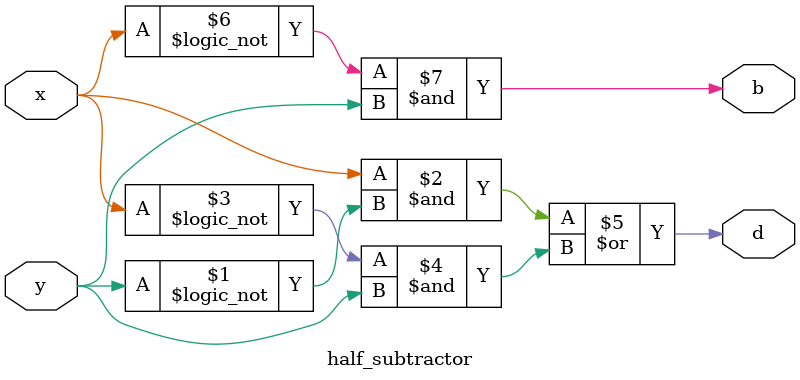
<source format=v>
module half_subtractor(
input x,y,
output d,
output b
);
assign d=(x & !y) | (!x & y);
assign b=!x&y;
endmodule

</source>
